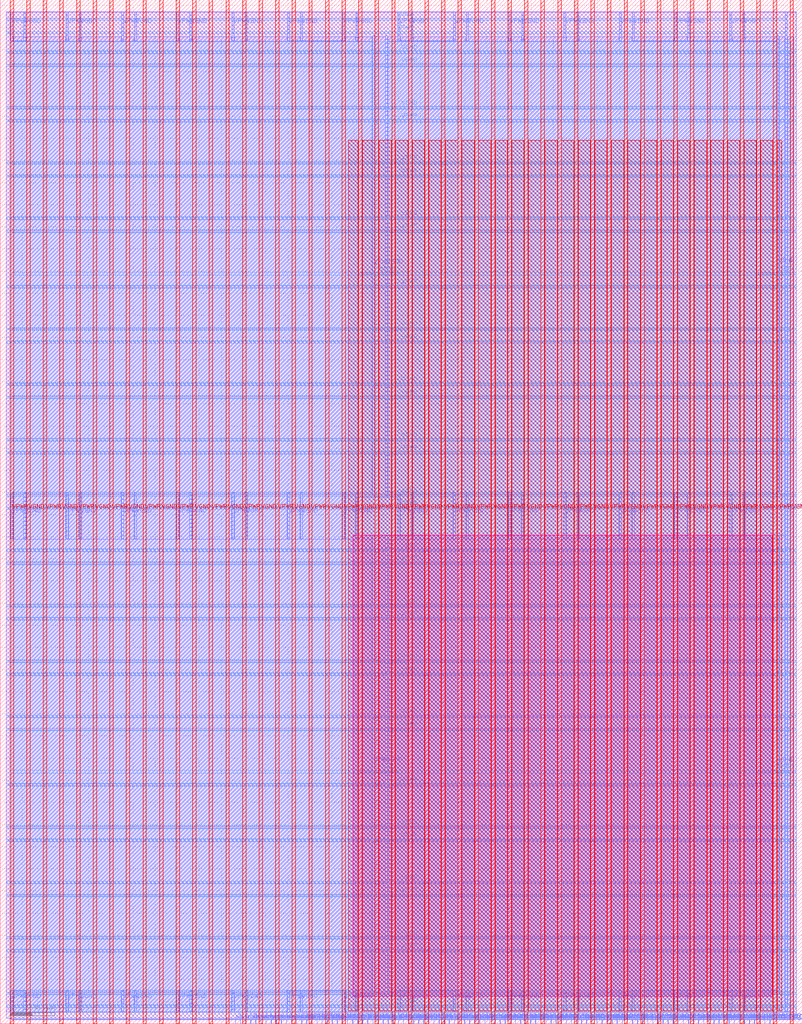
<source format=lef>
VERSION 5.7 ;
  NOWIREEXTENSIONATPIN ON ;
  DIVIDERCHAR "/" ;
  BUSBITCHARS "[]" ;
MACRO CF_SRAM_4096x32
  CLASS BLOCK ;
  FOREIGN CF_SRAM_4096x32 ;
  ORIGIN 0.000 0.000 ;
  SIZE 725.000 BY 925.000 ;
  PIN VGND
    DIRECTION INOUT ;
    USE GROUND ;
    PORT
      LAYER met2 ;
        RECT 21.400 10.640 23.160 29.860 ;
    END
    PORT
      LAYER met2 ;
        RECT 21.400 438.010 23.160 479.860 ;
    END
    PORT
      LAYER met2 ;
        RECT 21.400 888.010 23.160 914.160 ;
    END
    PORT
      LAYER met2 ;
        RECT 71.400 10.640 73.160 29.860 ;
    END
    PORT
      LAYER met2 ;
        RECT 71.400 438.010 73.160 479.860 ;
    END
    PORT
      LAYER met2 ;
        RECT 71.400 888.010 73.160 914.160 ;
    END
    PORT
      LAYER met2 ;
        RECT 121.400 10.640 123.160 29.860 ;
    END
    PORT
      LAYER met2 ;
        RECT 121.400 438.010 123.160 479.860 ;
    END
    PORT
      LAYER met2 ;
        RECT 121.400 888.010 123.160 914.160 ;
    END
    PORT
      LAYER met2 ;
        RECT 171.400 10.640 173.160 29.860 ;
    END
    PORT
      LAYER met2 ;
        RECT 171.400 438.010 173.160 479.860 ;
    END
    PORT
      LAYER met2 ;
        RECT 171.400 888.010 173.160 914.160 ;
    END
    PORT
      LAYER met2 ;
        RECT 221.400 10.640 223.160 29.860 ;
    END
    PORT
      LAYER met2 ;
        RECT 221.400 438.010 223.160 479.860 ;
    END
    PORT
      LAYER met2 ;
        RECT 221.400 888.010 223.160 914.160 ;
    END
    PORT
      LAYER met2 ;
        RECT 271.400 10.640 273.160 29.720 ;
    END
    PORT
      LAYER met2 ;
        RECT 271.400 438.150 273.160 479.720 ;
    END
    PORT
      LAYER met2 ;
        RECT 271.400 888.150 273.160 914.160 ;
    END
    PORT
      LAYER met2 ;
        RECT 321.400 10.640 323.160 29.860 ;
    END
    PORT
      LAYER met2 ;
        RECT 321.400 438.010 323.160 479.860 ;
    END
    PORT
      LAYER met2 ;
        RECT 321.400 888.010 323.160 914.160 ;
    END
    PORT
      LAYER met2 ;
        RECT 371.400 10.640 373.160 29.720 ;
    END
    PORT
      LAYER met2 ;
        RECT 371.400 438.150 373.160 479.720 ;
    END
    PORT
      LAYER met2 ;
        RECT 371.400 888.150 373.160 914.160 ;
    END
    PORT
      LAYER met2 ;
        RECT 421.400 10.640 423.160 29.860 ;
    END
    PORT
      LAYER met2 ;
        RECT 421.400 438.010 423.160 479.860 ;
    END
    PORT
      LAYER met2 ;
        RECT 421.400 888.010 423.160 914.160 ;
    END
    PORT
      LAYER met2 ;
        RECT 471.400 10.640 473.160 29.860 ;
    END
    PORT
      LAYER met2 ;
        RECT 471.400 438.010 473.160 479.860 ;
    END
    PORT
      LAYER met2 ;
        RECT 471.400 888.010 473.160 914.160 ;
    END
    PORT
      LAYER met2 ;
        RECT 521.400 10.640 523.160 29.860 ;
    END
    PORT
      LAYER met2 ;
        RECT 521.400 438.010 523.160 479.860 ;
    END
    PORT
      LAYER met2 ;
        RECT 521.400 888.010 523.160 914.160 ;
    END
    PORT
      LAYER met2 ;
        RECT 571.400 10.640 573.160 29.860 ;
    END
    PORT
      LAYER met2 ;
        RECT 571.400 438.010 573.160 479.860 ;
    END
    PORT
      LAYER met2 ;
        RECT 571.400 888.010 573.160 914.160 ;
    END
    PORT
      LAYER met2 ;
        RECT 621.400 10.640 623.160 29.720 ;
    END
    PORT
      LAYER met2 ;
        RECT 621.400 438.150 623.160 479.720 ;
    END
    PORT
      LAYER met2 ;
        RECT 621.400 888.150 623.160 914.160 ;
    END
    PORT
      LAYER met2 ;
        RECT 671.400 10.640 673.160 29.720 ;
    END
    PORT
      LAYER met2 ;
        RECT 671.400 438.150 673.160 479.720 ;
    END
    PORT
      LAYER met2 ;
        RECT 671.400 888.150 673.160 914.160 ;
    END
    PORT
      LAYER met3 ;
        RECT 5.280 26.760 719.680 28.520 ;
    END
    PORT
      LAYER met3 ;
        RECT 5.280 76.760 719.680 78.520 ;
    END
    PORT
      LAYER met3 ;
        RECT 5.280 126.760 719.680 128.520 ;
    END
    PORT
      LAYER met3 ;
        RECT 5.280 176.760 719.680 178.520 ;
    END
    PORT
      LAYER met3 ;
        RECT 5.280 276.760 719.680 278.520 ;
    END
    PORT
      LAYER met3 ;
        RECT 5.280 326.760 719.680 328.520 ;
    END
    PORT
      LAYER met3 ;
        RECT 5.280 376.760 719.680 378.520 ;
    END
    PORT
      LAYER met3 ;
        RECT 5.280 426.760 719.680 428.520 ;
    END
    PORT
      LAYER met3 ;
        RECT 5.280 476.760 719.680 478.520 ;
    END
    PORT
      LAYER met3 ;
        RECT 5.280 526.760 719.680 528.520 ;
    END
    PORT
      LAYER met3 ;
        RECT 5.280 576.760 719.680 578.520 ;
    END
    PORT
      LAYER met3 ;
        RECT 5.280 626.760 719.680 628.520 ;
    END
    PORT
      LAYER met3 ;
        RECT 5.280 726.760 719.680 728.520 ;
    END
    PORT
      LAYER met3 ;
        RECT 5.280 776.760 719.680 778.520 ;
    END
    PORT
      LAYER met3 ;
        RECT 5.280 826.760 719.680 828.520 ;
    END
    PORT
      LAYER met3 ;
        RECT 5.280 876.760 719.680 878.520 ;
    END
    PORT
      LAYER met3 ;
        RECT 324.990 226.760 359.800 228.520 ;
    END
    PORT
      LAYER met3 ;
        RECT 324.990 676.760 359.800 678.520 ;
    END
    PORT
      LAYER met3 ;
        RECT 684.990 226.760 719.680 228.520 ;
    END
    PORT
      LAYER met3 ;
        RECT 684.990 676.760 719.680 678.520 ;
    END
    PORT
      LAYER met4 ;
        RECT 23.970 0.000 27.070 925.000 ;
    END
    PORT
      LAYER met4 ;
        RECT 53.970 0.000 57.070 925.000 ;
    END
    PORT
      LAYER met4 ;
        RECT 83.970 0.000 87.070 925.000 ;
    END
    PORT
      LAYER met4 ;
        RECT 113.970 0.000 117.070 925.000 ;
    END
    PORT
      LAYER met4 ;
        RECT 143.970 0.000 147.070 925.000 ;
    END
    PORT
      LAYER met4 ;
        RECT 173.970 0.000 177.070 925.000 ;
    END
    PORT
      LAYER met4 ;
        RECT 203.970 0.000 207.070 925.000 ;
    END
    PORT
      LAYER met4 ;
        RECT 233.970 0.000 237.070 925.000 ;
    END
    PORT
      LAYER met4 ;
        RECT 263.970 0.000 267.070 925.000 ;
    END
    PORT
      LAYER met4 ;
        RECT 293.970 0.000 297.070 925.000 ;
    END
    PORT
      LAYER met4 ;
        RECT 323.970 0.000 327.070 925.000 ;
    END
    PORT
      LAYER met4 ;
        RECT 353.970 0.000 357.070 925.000 ;
    END
    PORT
      LAYER met4 ;
        RECT 383.970 0.000 387.070 925.000 ;
    END
    PORT
      LAYER met4 ;
        RECT 413.970 0.000 417.070 925.000 ;
    END
    PORT
      LAYER met4 ;
        RECT 443.970 0.000 447.070 925.000 ;
    END
    PORT
      LAYER met4 ;
        RECT 473.970 0.000 477.070 925.000 ;
    END
    PORT
      LAYER met4 ;
        RECT 503.970 0.000 507.070 925.000 ;
    END
    PORT
      LAYER met4 ;
        RECT 533.970 0.000 537.070 925.000 ;
    END
    PORT
      LAYER met4 ;
        RECT 563.970 0.000 567.070 925.000 ;
    END
    PORT
      LAYER met4 ;
        RECT 593.970 0.000 597.070 925.000 ;
    END
    PORT
      LAYER met4 ;
        RECT 623.970 0.000 627.070 925.000 ;
    END
    PORT
      LAYER met4 ;
        RECT 653.970 0.000 657.070 925.000 ;
    END
    PORT
      LAYER met4 ;
        RECT 683.970 0.000 687.070 925.000 ;
    END
    PORT
      LAYER met4 ;
        RECT 713.970 0.000 717.070 925.000 ;
    END
    PORT
      LAYER met2 ;
        RECT 348.490 26.960 350.250 440.880 ;
    END
    PORT
      LAYER met2 ;
        RECT 702.230 478.480 703.990 892.400 ;
    END
    PORT
      LAYER met2 ;
        RECT 348.490 475.760 350.250 892.400 ;
    END
    PORT
      LAYER met2 ;
        RECT 702.230 26.960 703.990 440.880 ;
    END
    PORT
      LAYER met3 ;
        RECT 5.280 906.580 711.400 908.340 ;
    END
  END VGND
  PIN VPWR
    DIRECTION INOUT ;
    USE POWER ;
    PORT
      LAYER met2 ;
        RECT 9.640 10.640 11.400 29.720 ;
    END
    PORT
      LAYER met2 ;
        RECT 9.640 438.150 11.400 479.720 ;
    END
    PORT
      LAYER met2 ;
        RECT 9.640 888.150 11.400 914.160 ;
    END
    PORT
      LAYER met2 ;
        RECT 59.640 10.640 61.400 29.860 ;
    END
    PORT
      LAYER met2 ;
        RECT 59.640 438.010 61.400 479.860 ;
    END
    PORT
      LAYER met2 ;
        RECT 59.640 888.010 61.400 914.160 ;
    END
    PORT
      LAYER met2 ;
        RECT 109.640 10.640 111.400 29.860 ;
    END
    PORT
      LAYER met2 ;
        RECT 109.640 438.010 111.400 479.860 ;
    END
    PORT
      LAYER met2 ;
        RECT 109.640 888.010 111.400 914.160 ;
    END
    PORT
      LAYER met2 ;
        RECT 159.640 10.640 161.400 29.860 ;
    END
    PORT
      LAYER met2 ;
        RECT 159.640 438.010 161.400 479.860 ;
    END
    PORT
      LAYER met2 ;
        RECT 159.640 888.010 161.400 914.160 ;
    END
    PORT
      LAYER met2 ;
        RECT 209.640 10.640 211.400 29.860 ;
    END
    PORT
      LAYER met2 ;
        RECT 209.640 438.010 211.400 479.860 ;
    END
    PORT
      LAYER met2 ;
        RECT 209.640 888.010 211.400 914.160 ;
    END
    PORT
      LAYER met2 ;
        RECT 259.640 10.640 261.400 29.860 ;
    END
    PORT
      LAYER met2 ;
        RECT 259.640 438.010 261.400 479.860 ;
    END
    PORT
      LAYER met2 ;
        RECT 259.640 888.010 261.400 914.160 ;
    END
    PORT
      LAYER met2 ;
        RECT 309.640 10.640 311.400 29.860 ;
    END
    PORT
      LAYER met2 ;
        RECT 309.640 438.010 311.400 479.860 ;
    END
    PORT
      LAYER met2 ;
        RECT 309.640 888.010 311.400 914.160 ;
    END
    PORT
      LAYER met2 ;
        RECT 359.640 10.640 361.400 29.860 ;
    END
    PORT
      LAYER met2 ;
        RECT 359.640 438.010 361.400 479.860 ;
    END
    PORT
      LAYER met2 ;
        RECT 359.640 888.010 361.400 914.160 ;
    END
    PORT
      LAYER met2 ;
        RECT 409.640 10.640 411.400 29.860 ;
    END
    PORT
      LAYER met2 ;
        RECT 409.640 438.010 411.400 479.860 ;
    END
    PORT
      LAYER met2 ;
        RECT 409.640 888.010 411.400 914.160 ;
    END
    PORT
      LAYER met2 ;
        RECT 459.640 10.640 461.400 29.860 ;
    END
    PORT
      LAYER met2 ;
        RECT 459.640 438.010 461.400 479.860 ;
    END
    PORT
      LAYER met2 ;
        RECT 459.640 888.010 461.400 914.160 ;
    END
    PORT
      LAYER met2 ;
        RECT 509.640 10.640 511.400 29.860 ;
    END
    PORT
      LAYER met2 ;
        RECT 509.640 438.010 511.400 479.860 ;
    END
    PORT
      LAYER met2 ;
        RECT 509.640 888.010 511.400 914.160 ;
    END
    PORT
      LAYER met2 ;
        RECT 559.640 10.640 561.400 29.860 ;
    END
    PORT
      LAYER met2 ;
        RECT 559.640 438.010 561.400 479.860 ;
    END
    PORT
      LAYER met2 ;
        RECT 559.640 888.010 561.400 914.160 ;
    END
    PORT
      LAYER met2 ;
        RECT 609.640 10.640 611.400 29.720 ;
    END
    PORT
      LAYER met2 ;
        RECT 609.640 438.150 611.400 479.720 ;
    END
    PORT
      LAYER met2 ;
        RECT 609.640 888.150 611.400 914.160 ;
    END
    PORT
      LAYER met2 ;
        RECT 659.640 10.640 661.400 29.860 ;
    END
    PORT
      LAYER met2 ;
        RECT 659.640 438.010 661.400 479.860 ;
    END
    PORT
      LAYER met2 ;
        RECT 659.640 888.010 661.400 914.160 ;
    END
    PORT
      LAYER met2 ;
        RECT 709.640 10.640 711.400 914.160 ;
    END
    PORT
      LAYER met3 ;
        RECT 5.280 15.000 719.680 16.760 ;
    END
    PORT
      LAYER met3 ;
        RECT 5.280 65.000 719.680 66.760 ;
    END
    PORT
      LAYER met3 ;
        RECT 5.280 115.000 719.680 116.760 ;
    END
    PORT
      LAYER met3 ;
        RECT 5.280 165.000 719.680 166.760 ;
    END
    PORT
      LAYER met3 ;
        RECT 5.280 215.000 719.680 216.760 ;
    END
    PORT
      LAYER met3 ;
        RECT 5.280 265.000 719.680 266.760 ;
    END
    PORT
      LAYER met3 ;
        RECT 5.280 315.000 719.680 316.760 ;
    END
    PORT
      LAYER met3 ;
        RECT 5.280 365.000 719.680 366.760 ;
    END
    PORT
      LAYER met3 ;
        RECT 5.280 415.000 719.680 416.760 ;
    END
    PORT
      LAYER met3 ;
        RECT 5.280 465.000 719.680 466.760 ;
    END
    PORT
      LAYER met3 ;
        RECT 5.280 515.000 719.680 516.760 ;
    END
    PORT
      LAYER met3 ;
        RECT 5.280 565.000 719.680 566.760 ;
    END
    PORT
      LAYER met3 ;
        RECT 5.280 615.000 719.680 616.760 ;
    END
    PORT
      LAYER met3 ;
        RECT 5.280 665.000 719.680 666.760 ;
    END
    PORT
      LAYER met3 ;
        RECT 5.280 715.000 719.680 716.760 ;
    END
    PORT
      LAYER met3 ;
        RECT 5.280 765.000 719.680 766.760 ;
    END
    PORT
      LAYER met3 ;
        RECT 5.280 815.000 719.680 816.760 ;
    END
    PORT
      LAYER met3 ;
        RECT 5.280 865.000 719.680 866.760 ;
    END
    PORT
      LAYER met4 ;
        RECT 8.970 0.000 12.070 925.000 ;
    END
    PORT
      LAYER met4 ;
        RECT 38.970 0.000 42.070 925.000 ;
    END
    PORT
      LAYER met4 ;
        RECT 68.970 0.000 72.070 925.000 ;
    END
    PORT
      LAYER met4 ;
        RECT 98.970 0.000 102.070 925.000 ;
    END
    PORT
      LAYER met4 ;
        RECT 128.970 0.000 132.070 925.000 ;
    END
    PORT
      LAYER met4 ;
        RECT 158.970 0.000 162.070 925.000 ;
    END
    PORT
      LAYER met4 ;
        RECT 188.970 0.000 192.070 925.000 ;
    END
    PORT
      LAYER met4 ;
        RECT 218.970 0.000 222.070 925.000 ;
    END
    PORT
      LAYER met4 ;
        RECT 248.970 0.000 252.070 925.000 ;
    END
    PORT
      LAYER met4 ;
        RECT 278.970 0.000 282.070 925.000 ;
    END
    PORT
      LAYER met4 ;
        RECT 308.970 0.000 312.070 925.000 ;
    END
    PORT
      LAYER met4 ;
        RECT 338.970 0.000 342.070 925.000 ;
    END
    PORT
      LAYER met4 ;
        RECT 368.970 0.000 372.070 925.000 ;
    END
    PORT
      LAYER met4 ;
        RECT 398.970 0.000 402.070 925.000 ;
    END
    PORT
      LAYER met4 ;
        RECT 428.970 0.000 432.070 925.000 ;
    END
    PORT
      LAYER met4 ;
        RECT 458.970 0.000 462.070 925.000 ;
    END
    PORT
      LAYER met4 ;
        RECT 488.970 0.000 492.070 925.000 ;
    END
    PORT
      LAYER met4 ;
        RECT 518.970 0.000 522.070 925.000 ;
    END
    PORT
      LAYER met4 ;
        RECT 548.970 0.000 552.070 925.000 ;
    END
    PORT
      LAYER met4 ;
        RECT 578.970 0.000 582.070 925.000 ;
    END
    PORT
      LAYER met4 ;
        RECT 608.970 0.000 612.070 925.000 ;
    END
    PORT
      LAYER met4 ;
        RECT 638.970 0.000 642.070 925.000 ;
    END
    PORT
      LAYER met4 ;
        RECT 668.970 0.000 672.070 925.000 ;
    END
    PORT
      LAYER met4 ;
        RECT 698.970 0.000 702.070 925.000 ;
    END
    PORT
      LAYER met2 ;
        RECT 336.530 26.960 338.290 440.880 ;
    END
    PORT
      LAYER met2 ;
        RECT 336.530 475.760 338.290 892.400 ;
    END
    PORT
      LAYER met3 ;
        RECT 5.280 894.340 711.400 896.100 ;
    END
  END VPWR
  PIN wb_clk_i
    DIRECTION INPUT ;
    USE SIGNAL ;
    ANTENNAGATEAREA 1.286700 ;
    ANTENNADIFFAREA 0.434700 ;
    PORT
      LAYER met2 ;
        RECT 212.610 0.000 212.890 4.000 ;
    END
  END wb_clk_i
  PIN wb_rst_i
    DIRECTION INPUT ;
    USE SIGNAL ;
    ANTENNAGATEAREA 0.196500 ;
    PORT
      LAYER met2 ;
        RECT 217.210 0.000 217.490 4.000 ;
    END
  END wb_rst_i
  PIN wbs_ack_o
    DIRECTION OUTPUT TRISTATE ;
    USE SIGNAL ;
    ANTENNADIFFAREA 2.673000 ;
    PORT
      LAYER met2 ;
        RECT 221.810 0.000 222.090 4.000 ;
    END
  END wbs_ack_o
  PIN wbs_adr_i[0]
    DIRECTION INPUT ;
    USE SIGNAL ;
    PORT
      LAYER met2 ;
        RECT 240.210 0.000 240.490 4.000 ;
    END
  END wbs_adr_i[0]
  PIN wbs_adr_i[10]
    DIRECTION INPUT ;
    USE SIGNAL ;
    ANTENNAGATEAREA 0.126000 ;
    PORT
      LAYER met2 ;
        RECT 396.610 0.000 396.890 4.000 ;
    END
  END wbs_adr_i[10]
  PIN wbs_adr_i[11]
    DIRECTION INPUT ;
    USE SIGNAL ;
    ANTENNAGATEAREA 0.126000 ;
    PORT
      LAYER met2 ;
        RECT 410.410 0.000 410.690 4.000 ;
    END
  END wbs_adr_i[11]
  PIN wbs_adr_i[12]
    DIRECTION INPUT ;
    USE SIGNAL ;
    ANTENNAGATEAREA 0.126000 ;
    PORT
      LAYER met2 ;
        RECT 424.210 0.000 424.490 4.000 ;
    END
  END wbs_adr_i[12]
  PIN wbs_adr_i[13]
    DIRECTION INPUT ;
    USE SIGNAL ;
    ANTENNAGATEAREA 0.126000 ;
    PORT
      LAYER met2 ;
        RECT 438.010 0.000 438.290 4.000 ;
    END
  END wbs_adr_i[13]
  PIN wbs_adr_i[14]
    DIRECTION INPUT ;
    USE SIGNAL ;
    PORT
      LAYER met2 ;
        RECT 451.810 0.000 452.090 4.000 ;
    END
  END wbs_adr_i[14]
  PIN wbs_adr_i[15]
    DIRECTION INPUT ;
    USE SIGNAL ;
    PORT
      LAYER met2 ;
        RECT 465.610 0.000 465.890 4.000 ;
    END
  END wbs_adr_i[15]
  PIN wbs_adr_i[16]
    DIRECTION INPUT ;
    USE SIGNAL ;
    PORT
      LAYER met2 ;
        RECT 479.410 0.000 479.690 4.000 ;
    END
  END wbs_adr_i[16]
  PIN wbs_adr_i[17]
    DIRECTION INPUT ;
    USE SIGNAL ;
    PORT
      LAYER met2 ;
        RECT 493.210 0.000 493.490 4.000 ;
    END
  END wbs_adr_i[17]
  PIN wbs_adr_i[18]
    DIRECTION INPUT ;
    USE SIGNAL ;
    PORT
      LAYER met2 ;
        RECT 507.010 0.000 507.290 4.000 ;
    END
  END wbs_adr_i[18]
  PIN wbs_adr_i[19]
    DIRECTION INPUT ;
    USE SIGNAL ;
    PORT
      LAYER met2 ;
        RECT 520.810 0.000 521.090 4.000 ;
    END
  END wbs_adr_i[19]
  PIN wbs_adr_i[1]
    DIRECTION INPUT ;
    USE SIGNAL ;
    PORT
      LAYER met2 ;
        RECT 258.610 0.000 258.890 4.000 ;
    END
  END wbs_adr_i[1]
  PIN wbs_adr_i[20]
    DIRECTION INPUT ;
    USE SIGNAL ;
    PORT
      LAYER met2 ;
        RECT 534.610 0.000 534.890 4.000 ;
    END
  END wbs_adr_i[20]
  PIN wbs_adr_i[21]
    DIRECTION INPUT ;
    USE SIGNAL ;
    PORT
      LAYER met2 ;
        RECT 548.410 0.000 548.690 4.000 ;
    END
  END wbs_adr_i[21]
  PIN wbs_adr_i[22]
    DIRECTION INPUT ;
    USE SIGNAL ;
    PORT
      LAYER met2 ;
        RECT 562.210 0.000 562.490 4.000 ;
    END
  END wbs_adr_i[22]
  PIN wbs_adr_i[23]
    DIRECTION INPUT ;
    USE SIGNAL ;
    PORT
      LAYER met2 ;
        RECT 576.010 0.000 576.290 4.000 ;
    END
  END wbs_adr_i[23]
  PIN wbs_adr_i[24]
    DIRECTION INPUT ;
    USE SIGNAL ;
    PORT
      LAYER met2 ;
        RECT 589.810 0.000 590.090 4.000 ;
    END
  END wbs_adr_i[24]
  PIN wbs_adr_i[25]
    DIRECTION INPUT ;
    USE SIGNAL ;
    PORT
      LAYER met2 ;
        RECT 603.610 0.000 603.890 4.000 ;
    END
  END wbs_adr_i[25]
  PIN wbs_adr_i[26]
    DIRECTION INPUT ;
    USE SIGNAL ;
    PORT
      LAYER met2 ;
        RECT 617.410 0.000 617.690 4.000 ;
    END
  END wbs_adr_i[26]
  PIN wbs_adr_i[27]
    DIRECTION INPUT ;
    USE SIGNAL ;
    PORT
      LAYER met2 ;
        RECT 631.210 0.000 631.490 4.000 ;
    END
  END wbs_adr_i[27]
  PIN wbs_adr_i[28]
    DIRECTION INPUT ;
    USE SIGNAL ;
    PORT
      LAYER met2 ;
        RECT 645.010 0.000 645.290 4.000 ;
    END
  END wbs_adr_i[28]
  PIN wbs_adr_i[29]
    DIRECTION INPUT ;
    USE SIGNAL ;
    PORT
      LAYER met2 ;
        RECT 658.810 0.000 659.090 4.000 ;
    END
  END wbs_adr_i[29]
  PIN wbs_adr_i[2]
    DIRECTION INPUT ;
    USE SIGNAL ;
    ANTENNAGATEAREA 0.126000 ;
    PORT
      LAYER met2 ;
        RECT 277.010 0.000 277.290 4.000 ;
    END
  END wbs_adr_i[2]
  PIN wbs_adr_i[30]
    DIRECTION INPUT ;
    USE SIGNAL ;
    PORT
      LAYER met2 ;
        RECT 672.610 0.000 672.890 4.000 ;
    END
  END wbs_adr_i[30]
  PIN wbs_adr_i[31]
    DIRECTION INPUT ;
    USE SIGNAL ;
    PORT
      LAYER met2 ;
        RECT 686.410 0.000 686.690 4.000 ;
    END
  END wbs_adr_i[31]
  PIN wbs_adr_i[3]
    DIRECTION INPUT ;
    USE SIGNAL ;
    ANTENNAGATEAREA 0.126000 ;
    PORT
      LAYER met2 ;
        RECT 295.410 0.000 295.690 4.000 ;
    END
  END wbs_adr_i[3]
  PIN wbs_adr_i[4]
    DIRECTION INPUT ;
    USE SIGNAL ;
    ANTENNAGATEAREA 0.126000 ;
    PORT
      LAYER met2 ;
        RECT 313.810 0.000 314.090 4.000 ;
    END
  END wbs_adr_i[4]
  PIN wbs_adr_i[5]
    DIRECTION INPUT ;
    USE SIGNAL ;
    ANTENNAGATEAREA 0.126000 ;
    PORT
      LAYER met2 ;
        RECT 327.610 0.000 327.890 4.000 ;
    END
  END wbs_adr_i[5]
  PIN wbs_adr_i[6]
    DIRECTION INPUT ;
    USE SIGNAL ;
    ANTENNAGATEAREA 0.126000 ;
    PORT
      LAYER met2 ;
        RECT 341.410 0.000 341.690 4.000 ;
    END
  END wbs_adr_i[6]
  PIN wbs_adr_i[7]
    DIRECTION INPUT ;
    USE SIGNAL ;
    ANTENNAGATEAREA 0.126000 ;
    PORT
      LAYER met2 ;
        RECT 355.210 0.000 355.490 4.000 ;
    END
  END wbs_adr_i[7]
  PIN wbs_adr_i[8]
    DIRECTION INPUT ;
    USE SIGNAL ;
    ANTENNAGATEAREA 0.126000 ;
    PORT
      LAYER met2 ;
        RECT 369.010 0.000 369.290 4.000 ;
    END
  END wbs_adr_i[8]
  PIN wbs_adr_i[9]
    DIRECTION INPUT ;
    USE SIGNAL ;
    ANTENNAGATEAREA 0.126000 ;
    PORT
      LAYER met2 ;
        RECT 382.810 0.000 383.090 4.000 ;
    END
  END wbs_adr_i[9]
  PIN wbs_cyc_i
    DIRECTION INPUT ;
    USE SIGNAL ;
    ANTENNAGATEAREA 0.213000 ;
    PORT
      LAYER met2 ;
        RECT 226.410 0.000 226.690 4.000 ;
    END
  END wbs_cyc_i
  PIN wbs_dat_i[0]
    DIRECTION INPUT ;
    USE SIGNAL ;
    ANTENNAGATEAREA 0.126000 ;
    PORT
      LAYER met2 ;
        RECT 244.810 0.000 245.090 4.000 ;
    END
  END wbs_dat_i[0]
  PIN wbs_dat_i[10]
    DIRECTION INPUT ;
    USE SIGNAL ;
    ANTENNAGATEAREA 0.126000 ;
    PORT
      LAYER met2 ;
        RECT 401.210 0.000 401.490 4.000 ;
    END
  END wbs_dat_i[10]
  PIN wbs_dat_i[11]
    DIRECTION INPUT ;
    USE SIGNAL ;
    ANTENNAGATEAREA 0.126000 ;
    PORT
      LAYER met2 ;
        RECT 415.010 0.000 415.290 4.000 ;
    END
  END wbs_dat_i[11]
  PIN wbs_dat_i[12]
    DIRECTION INPUT ;
    USE SIGNAL ;
    ANTENNAGATEAREA 0.126000 ;
    PORT
      LAYER met2 ;
        RECT 428.810 0.000 429.090 4.000 ;
    END
  END wbs_dat_i[12]
  PIN wbs_dat_i[13]
    DIRECTION INPUT ;
    USE SIGNAL ;
    ANTENNAGATEAREA 0.126000 ;
    PORT
      LAYER met2 ;
        RECT 442.610 0.000 442.890 4.000 ;
    END
  END wbs_dat_i[13]
  PIN wbs_dat_i[14]
    DIRECTION INPUT ;
    USE SIGNAL ;
    ANTENNAGATEAREA 0.126000 ;
    PORT
      LAYER met2 ;
        RECT 456.410 0.000 456.690 4.000 ;
    END
  END wbs_dat_i[14]
  PIN wbs_dat_i[15]
    DIRECTION INPUT ;
    USE SIGNAL ;
    ANTENNAGATEAREA 0.126000 ;
    PORT
      LAYER met2 ;
        RECT 470.210 0.000 470.490 4.000 ;
    END
  END wbs_dat_i[15]
  PIN wbs_dat_i[16]
    DIRECTION INPUT ;
    USE SIGNAL ;
    ANTENNAGATEAREA 0.126000 ;
    PORT
      LAYER met2 ;
        RECT 484.010 0.000 484.290 4.000 ;
    END
  END wbs_dat_i[16]
  PIN wbs_dat_i[17]
    DIRECTION INPUT ;
    USE SIGNAL ;
    ANTENNAGATEAREA 0.126000 ;
    PORT
      LAYER met2 ;
        RECT 497.810 0.000 498.090 4.000 ;
    END
  END wbs_dat_i[17]
  PIN wbs_dat_i[18]
    DIRECTION INPUT ;
    USE SIGNAL ;
    ANTENNAGATEAREA 0.126000 ;
    PORT
      LAYER met2 ;
        RECT 511.610 0.000 511.890 4.000 ;
    END
  END wbs_dat_i[18]
  PIN wbs_dat_i[19]
    DIRECTION INPUT ;
    USE SIGNAL ;
    ANTENNAGATEAREA 0.126000 ;
    PORT
      LAYER met2 ;
        RECT 525.410 0.000 525.690 4.000 ;
    END
  END wbs_dat_i[19]
  PIN wbs_dat_i[1]
    DIRECTION INPUT ;
    USE SIGNAL ;
    ANTENNAGATEAREA 0.126000 ;
    PORT
      LAYER met2 ;
        RECT 263.210 0.000 263.490 4.000 ;
    END
  END wbs_dat_i[1]
  PIN wbs_dat_i[20]
    DIRECTION INPUT ;
    USE SIGNAL ;
    ANTENNAGATEAREA 0.126000 ;
    PORT
      LAYER met2 ;
        RECT 539.210 0.000 539.490 4.000 ;
    END
  END wbs_dat_i[20]
  PIN wbs_dat_i[21]
    DIRECTION INPUT ;
    USE SIGNAL ;
    ANTENNAGATEAREA 0.126000 ;
    PORT
      LAYER met2 ;
        RECT 553.010 0.000 553.290 4.000 ;
    END
  END wbs_dat_i[21]
  PIN wbs_dat_i[22]
    DIRECTION INPUT ;
    USE SIGNAL ;
    ANTENNAGATEAREA 0.126000 ;
    PORT
      LAYER met2 ;
        RECT 566.810 0.000 567.090 4.000 ;
    END
  END wbs_dat_i[22]
  PIN wbs_dat_i[23]
    DIRECTION INPUT ;
    USE SIGNAL ;
    ANTENNAGATEAREA 0.126000 ;
    PORT
      LAYER met2 ;
        RECT 580.610 0.000 580.890 4.000 ;
    END
  END wbs_dat_i[23]
  PIN wbs_dat_i[24]
    DIRECTION INPUT ;
    USE SIGNAL ;
    ANTENNAGATEAREA 0.126000 ;
    PORT
      LAYER met2 ;
        RECT 594.410 0.000 594.690 4.000 ;
    END
  END wbs_dat_i[24]
  PIN wbs_dat_i[25]
    DIRECTION INPUT ;
    USE SIGNAL ;
    ANTENNAGATEAREA 0.126000 ;
    PORT
      LAYER met2 ;
        RECT 608.210 0.000 608.490 4.000 ;
    END
  END wbs_dat_i[25]
  PIN wbs_dat_i[26]
    DIRECTION INPUT ;
    USE SIGNAL ;
    ANTENNAGATEAREA 0.126000 ;
    PORT
      LAYER met2 ;
        RECT 622.010 0.000 622.290 4.000 ;
    END
  END wbs_dat_i[26]
  PIN wbs_dat_i[27]
    DIRECTION INPUT ;
    USE SIGNAL ;
    ANTENNAGATEAREA 0.126000 ;
    PORT
      LAYER met2 ;
        RECT 635.810 0.000 636.090 4.000 ;
    END
  END wbs_dat_i[27]
  PIN wbs_dat_i[28]
    DIRECTION INPUT ;
    USE SIGNAL ;
    ANTENNAGATEAREA 0.126000 ;
    PORT
      LAYER met2 ;
        RECT 649.610 0.000 649.890 4.000 ;
    END
  END wbs_dat_i[28]
  PIN wbs_dat_i[29]
    DIRECTION INPUT ;
    USE SIGNAL ;
    ANTENNAGATEAREA 0.126000 ;
    PORT
      LAYER met2 ;
        RECT 663.410 0.000 663.690 4.000 ;
    END
  END wbs_dat_i[29]
  PIN wbs_dat_i[2]
    DIRECTION INPUT ;
    USE SIGNAL ;
    ANTENNAGATEAREA 0.126000 ;
    PORT
      LAYER met2 ;
        RECT 281.610 0.000 281.890 4.000 ;
    END
  END wbs_dat_i[2]
  PIN wbs_dat_i[30]
    DIRECTION INPUT ;
    USE SIGNAL ;
    ANTENNAGATEAREA 0.126000 ;
    PORT
      LAYER met2 ;
        RECT 677.210 0.000 677.490 4.000 ;
    END
  END wbs_dat_i[30]
  PIN wbs_dat_i[31]
    DIRECTION INPUT ;
    USE SIGNAL ;
    ANTENNAGATEAREA 0.126000 ;
    PORT
      LAYER met2 ;
        RECT 691.010 0.000 691.290 4.000 ;
    END
  END wbs_dat_i[31]
  PIN wbs_dat_i[3]
    DIRECTION INPUT ;
    USE SIGNAL ;
    ANTENNAGATEAREA 0.126000 ;
    PORT
      LAYER met2 ;
        RECT 300.010 0.000 300.290 4.000 ;
    END
  END wbs_dat_i[3]
  PIN wbs_dat_i[4]
    DIRECTION INPUT ;
    USE SIGNAL ;
    ANTENNAGATEAREA 0.126000 ;
    PORT
      LAYER met2 ;
        RECT 318.410 0.000 318.690 4.000 ;
    END
  END wbs_dat_i[4]
  PIN wbs_dat_i[5]
    DIRECTION INPUT ;
    USE SIGNAL ;
    ANTENNAGATEAREA 0.126000 ;
    PORT
      LAYER met2 ;
        RECT 332.210 0.000 332.490 4.000 ;
    END
  END wbs_dat_i[5]
  PIN wbs_dat_i[6]
    DIRECTION INPUT ;
    USE SIGNAL ;
    ANTENNAGATEAREA 0.126000 ;
    PORT
      LAYER met2 ;
        RECT 346.010 0.000 346.290 4.000 ;
    END
  END wbs_dat_i[6]
  PIN wbs_dat_i[7]
    DIRECTION INPUT ;
    USE SIGNAL ;
    ANTENNAGATEAREA 0.126000 ;
    PORT
      LAYER met2 ;
        RECT 359.810 0.000 360.090 4.000 ;
    END
  END wbs_dat_i[7]
  PIN wbs_dat_i[8]
    DIRECTION INPUT ;
    USE SIGNAL ;
    ANTENNAGATEAREA 0.126000 ;
    PORT
      LAYER met2 ;
        RECT 373.610 0.000 373.890 4.000 ;
    END
  END wbs_dat_i[8]
  PIN wbs_dat_i[9]
    DIRECTION INPUT ;
    USE SIGNAL ;
    ANTENNAGATEAREA 0.126000 ;
    PORT
      LAYER met2 ;
        RECT 387.410 0.000 387.690 4.000 ;
    END
  END wbs_dat_i[9]
  PIN wbs_dat_o[0]
    DIRECTION OUTPUT TRISTATE ;
    USE SIGNAL ;
    ANTENNADIFFAREA 2.673000 ;
    PORT
      LAYER met2 ;
        RECT 249.410 0.000 249.690 4.000 ;
    END
  END wbs_dat_o[0]
  PIN wbs_dat_o[10]
    DIRECTION OUTPUT TRISTATE ;
    USE SIGNAL ;
    ANTENNADIFFAREA 2.673000 ;
    PORT
      LAYER met2 ;
        RECT 405.810 0.000 406.090 4.000 ;
    END
  END wbs_dat_o[10]
  PIN wbs_dat_o[11]
    DIRECTION OUTPUT TRISTATE ;
    USE SIGNAL ;
    ANTENNADIFFAREA 2.673000 ;
    PORT
      LAYER met2 ;
        RECT 419.610 0.000 419.890 4.000 ;
    END
  END wbs_dat_o[11]
  PIN wbs_dat_o[12]
    DIRECTION OUTPUT TRISTATE ;
    USE SIGNAL ;
    ANTENNADIFFAREA 2.673000 ;
    PORT
      LAYER met2 ;
        RECT 433.410 0.000 433.690 4.000 ;
    END
  END wbs_dat_o[12]
  PIN wbs_dat_o[13]
    DIRECTION OUTPUT TRISTATE ;
    USE SIGNAL ;
    ANTENNADIFFAREA 2.673000 ;
    PORT
      LAYER met2 ;
        RECT 447.210 0.000 447.490 4.000 ;
    END
  END wbs_dat_o[13]
  PIN wbs_dat_o[14]
    DIRECTION OUTPUT TRISTATE ;
    USE SIGNAL ;
    ANTENNADIFFAREA 2.673000 ;
    PORT
      LAYER met2 ;
        RECT 461.010 0.000 461.290 4.000 ;
    END
  END wbs_dat_o[14]
  PIN wbs_dat_o[15]
    DIRECTION OUTPUT TRISTATE ;
    USE SIGNAL ;
    ANTENNADIFFAREA 2.673000 ;
    PORT
      LAYER met2 ;
        RECT 474.810 0.000 475.090 4.000 ;
    END
  END wbs_dat_o[15]
  PIN wbs_dat_o[16]
    DIRECTION OUTPUT TRISTATE ;
    USE SIGNAL ;
    ANTENNADIFFAREA 2.673000 ;
    PORT
      LAYER met2 ;
        RECT 488.610 0.000 488.890 4.000 ;
    END
  END wbs_dat_o[16]
  PIN wbs_dat_o[17]
    DIRECTION OUTPUT TRISTATE ;
    USE SIGNAL ;
    ANTENNADIFFAREA 2.673000 ;
    PORT
      LAYER met2 ;
        RECT 502.410 0.000 502.690 4.000 ;
    END
  END wbs_dat_o[17]
  PIN wbs_dat_o[18]
    DIRECTION OUTPUT TRISTATE ;
    USE SIGNAL ;
    ANTENNADIFFAREA 2.673000 ;
    PORT
      LAYER met2 ;
        RECT 516.210 0.000 516.490 4.000 ;
    END
  END wbs_dat_o[18]
  PIN wbs_dat_o[19]
    DIRECTION OUTPUT TRISTATE ;
    USE SIGNAL ;
    ANTENNADIFFAREA 2.673000 ;
    PORT
      LAYER met2 ;
        RECT 530.010 0.000 530.290 4.000 ;
    END
  END wbs_dat_o[19]
  PIN wbs_dat_o[1]
    DIRECTION OUTPUT TRISTATE ;
    USE SIGNAL ;
    ANTENNADIFFAREA 2.673000 ;
    PORT
      LAYER met2 ;
        RECT 267.810 0.000 268.090 4.000 ;
    END
  END wbs_dat_o[1]
  PIN wbs_dat_o[20]
    DIRECTION OUTPUT TRISTATE ;
    USE SIGNAL ;
    ANTENNADIFFAREA 2.673000 ;
    PORT
      LAYER met2 ;
        RECT 543.810 0.000 544.090 4.000 ;
    END
  END wbs_dat_o[20]
  PIN wbs_dat_o[21]
    DIRECTION OUTPUT TRISTATE ;
    USE SIGNAL ;
    ANTENNADIFFAREA 2.673000 ;
    PORT
      LAYER met2 ;
        RECT 557.610 0.000 557.890 4.000 ;
    END
  END wbs_dat_o[21]
  PIN wbs_dat_o[22]
    DIRECTION OUTPUT TRISTATE ;
    USE SIGNAL ;
    ANTENNADIFFAREA 2.673000 ;
    PORT
      LAYER met2 ;
        RECT 571.410 0.000 571.690 4.000 ;
    END
  END wbs_dat_o[22]
  PIN wbs_dat_o[23]
    DIRECTION OUTPUT TRISTATE ;
    USE SIGNAL ;
    ANTENNADIFFAREA 2.673000 ;
    PORT
      LAYER met2 ;
        RECT 585.210 0.000 585.490 4.000 ;
    END
  END wbs_dat_o[23]
  PIN wbs_dat_o[24]
    DIRECTION OUTPUT TRISTATE ;
    USE SIGNAL ;
    ANTENNADIFFAREA 2.673000 ;
    PORT
      LAYER met2 ;
        RECT 599.010 0.000 599.290 4.000 ;
    END
  END wbs_dat_o[24]
  PIN wbs_dat_o[25]
    DIRECTION OUTPUT TRISTATE ;
    USE SIGNAL ;
    ANTENNADIFFAREA 2.673000 ;
    PORT
      LAYER met2 ;
        RECT 612.810 0.000 613.090 4.000 ;
    END
  END wbs_dat_o[25]
  PIN wbs_dat_o[26]
    DIRECTION OUTPUT TRISTATE ;
    USE SIGNAL ;
    ANTENNADIFFAREA 2.673000 ;
    PORT
      LAYER met2 ;
        RECT 626.610 0.000 626.890 4.000 ;
    END
  END wbs_dat_o[26]
  PIN wbs_dat_o[27]
    DIRECTION OUTPUT TRISTATE ;
    USE SIGNAL ;
    ANTENNADIFFAREA 2.673000 ;
    PORT
      LAYER met2 ;
        RECT 640.410 0.000 640.690 4.000 ;
    END
  END wbs_dat_o[27]
  PIN wbs_dat_o[28]
    DIRECTION OUTPUT TRISTATE ;
    USE SIGNAL ;
    ANTENNADIFFAREA 2.673000 ;
    PORT
      LAYER met2 ;
        RECT 654.210 0.000 654.490 4.000 ;
    END
  END wbs_dat_o[28]
  PIN wbs_dat_o[29]
    DIRECTION OUTPUT TRISTATE ;
    USE SIGNAL ;
    ANTENNADIFFAREA 2.673000 ;
    PORT
      LAYER met2 ;
        RECT 668.010 0.000 668.290 4.000 ;
    END
  END wbs_dat_o[29]
  PIN wbs_dat_o[2]
    DIRECTION OUTPUT TRISTATE ;
    USE SIGNAL ;
    ANTENNADIFFAREA 2.673000 ;
    PORT
      LAYER met2 ;
        RECT 286.210 0.000 286.490 4.000 ;
    END
  END wbs_dat_o[2]
  PIN wbs_dat_o[30]
    DIRECTION OUTPUT TRISTATE ;
    USE SIGNAL ;
    ANTENNADIFFAREA 2.673000 ;
    PORT
      LAYER met2 ;
        RECT 681.810 0.000 682.090 4.000 ;
    END
  END wbs_dat_o[30]
  PIN wbs_dat_o[31]
    DIRECTION OUTPUT TRISTATE ;
    USE SIGNAL ;
    ANTENNADIFFAREA 2.673000 ;
    PORT
      LAYER met2 ;
        RECT 695.610 0.000 695.890 4.000 ;
    END
  END wbs_dat_o[31]
  PIN wbs_dat_o[3]
    DIRECTION OUTPUT TRISTATE ;
    USE SIGNAL ;
    ANTENNADIFFAREA 2.673000 ;
    PORT
      LAYER met2 ;
        RECT 304.610 0.000 304.890 4.000 ;
    END
  END wbs_dat_o[3]
  PIN wbs_dat_o[4]
    DIRECTION OUTPUT TRISTATE ;
    USE SIGNAL ;
    ANTENNADIFFAREA 2.673000 ;
    PORT
      LAYER met2 ;
        RECT 323.010 0.000 323.290 4.000 ;
    END
  END wbs_dat_o[4]
  PIN wbs_dat_o[5]
    DIRECTION OUTPUT TRISTATE ;
    USE SIGNAL ;
    ANTENNADIFFAREA 2.673000 ;
    PORT
      LAYER met2 ;
        RECT 336.810 0.000 337.090 4.000 ;
    END
  END wbs_dat_o[5]
  PIN wbs_dat_o[6]
    DIRECTION OUTPUT TRISTATE ;
    USE SIGNAL ;
    ANTENNADIFFAREA 2.673000 ;
    PORT
      LAYER met2 ;
        RECT 350.610 0.000 350.890 4.000 ;
    END
  END wbs_dat_o[6]
  PIN wbs_dat_o[7]
    DIRECTION OUTPUT TRISTATE ;
    USE SIGNAL ;
    ANTENNADIFFAREA 2.673000 ;
    PORT
      LAYER met2 ;
        RECT 364.410 0.000 364.690 4.000 ;
    END
  END wbs_dat_o[7]
  PIN wbs_dat_o[8]
    DIRECTION OUTPUT TRISTATE ;
    USE SIGNAL ;
    ANTENNADIFFAREA 2.673000 ;
    PORT
      LAYER met2 ;
        RECT 378.210 0.000 378.490 4.000 ;
    END
  END wbs_dat_o[8]
  PIN wbs_dat_o[9]
    DIRECTION OUTPUT TRISTATE ;
    USE SIGNAL ;
    ANTENNADIFFAREA 2.673000 ;
    PORT
      LAYER met2 ;
        RECT 392.010 0.000 392.290 4.000 ;
    END
  END wbs_dat_o[9]
  PIN wbs_sel_i[0]
    DIRECTION INPUT ;
    USE SIGNAL ;
    ANTENNAGATEAREA 0.126000 ;
    PORT
      LAYER met2 ;
        RECT 254.010 0.000 254.290 4.000 ;
    END
  END wbs_sel_i[0]
  PIN wbs_sel_i[1]
    DIRECTION INPUT ;
    USE SIGNAL ;
    ANTENNAGATEAREA 0.126000 ;
    PORT
      LAYER met2 ;
        RECT 272.410 0.000 272.690 4.000 ;
    END
  END wbs_sel_i[1]
  PIN wbs_sel_i[2]
    DIRECTION INPUT ;
    USE SIGNAL ;
    ANTENNAGATEAREA 0.126000 ;
    PORT
      LAYER met2 ;
        RECT 290.810 0.000 291.090 4.000 ;
    END
  END wbs_sel_i[2]
  PIN wbs_sel_i[3]
    DIRECTION INPUT ;
    USE SIGNAL ;
    ANTENNAGATEAREA 0.126000 ;
    PORT
      LAYER met2 ;
        RECT 309.210 0.000 309.490 4.000 ;
    END
  END wbs_sel_i[3]
  PIN wbs_stb_i
    DIRECTION INPUT ;
    USE SIGNAL ;
    ANTENNAGATEAREA 0.213000 ;
    PORT
      LAYER met2 ;
        RECT 231.010 0.000 231.290 4.000 ;
    END
  END wbs_stb_i
  PIN wbs_we_i
    DIRECTION INPUT ;
    USE SIGNAL ;
    ANTENNAGATEAREA 0.126000 ;
    PORT
      LAYER met2 ;
        RECT 235.610 0.000 235.890 4.000 ;
    END
  END wbs_we_i
  OBS
      LAYER li1 ;
        RECT 5.520 10.795 719.440 914.005 ;
      LAYER met1 ;
        RECT 5.520 4.800 719.440 914.160 ;
      LAYER met2 ;
        RECT 11.680 887.870 21.120 891.470 ;
        RECT 10.100 887.730 21.120 887.870 ;
        RECT 23.440 887.730 59.360 891.470 ;
        RECT 61.680 887.730 71.120 891.470 ;
        RECT 73.440 887.730 109.360 891.470 ;
        RECT 111.680 887.730 121.120 891.470 ;
        RECT 123.440 887.730 159.360 891.470 ;
        RECT 161.680 887.730 171.120 891.470 ;
        RECT 173.440 887.730 209.360 891.470 ;
        RECT 211.680 887.730 221.120 891.470 ;
        RECT 223.440 887.730 259.360 891.470 ;
        RECT 261.680 887.870 271.120 891.470 ;
        RECT 273.440 887.870 309.360 891.470 ;
        RECT 261.680 887.730 309.360 887.870 ;
        RECT 311.680 887.730 321.120 891.470 ;
        RECT 323.440 887.730 336.250 891.470 ;
        RECT 10.100 480.140 336.250 887.730 ;
        RECT 10.100 480.000 21.120 480.140 ;
        RECT 11.680 437.870 21.120 480.000 ;
        RECT 10.100 437.730 21.120 437.870 ;
        RECT 23.440 437.730 59.360 480.140 ;
        RECT 61.680 437.730 71.120 480.140 ;
        RECT 73.440 437.730 109.360 480.140 ;
        RECT 111.680 437.730 121.120 480.140 ;
        RECT 123.440 437.730 159.360 480.140 ;
        RECT 161.680 437.730 171.120 480.140 ;
        RECT 173.440 437.730 209.360 480.140 ;
        RECT 211.680 437.730 221.120 480.140 ;
        RECT 223.440 437.730 259.360 480.140 ;
        RECT 261.680 480.000 309.360 480.140 ;
        RECT 261.680 437.870 271.120 480.000 ;
        RECT 273.440 437.870 309.360 480.000 ;
        RECT 261.680 437.730 309.360 437.870 ;
        RECT 311.680 437.730 321.120 480.140 ;
        RECT 323.440 475.480 336.250 480.140 ;
        RECT 338.570 475.480 348.210 891.470 ;
        RECT 350.530 887.730 359.360 891.470 ;
        RECT 361.680 887.870 371.120 891.470 ;
        RECT 373.440 887.870 409.360 891.470 ;
        RECT 361.680 887.730 409.360 887.870 ;
        RECT 411.680 887.730 421.120 891.470 ;
        RECT 423.440 887.730 459.360 891.470 ;
        RECT 461.680 887.730 471.120 891.470 ;
        RECT 473.440 887.730 509.360 891.470 ;
        RECT 511.680 887.730 521.120 891.470 ;
        RECT 523.440 887.730 559.360 891.470 ;
        RECT 561.680 887.730 571.120 891.470 ;
        RECT 573.440 887.870 609.360 891.470 ;
        RECT 611.680 887.870 621.120 891.470 ;
        RECT 623.440 887.870 659.360 891.470 ;
        RECT 573.440 887.730 659.360 887.870 ;
        RECT 661.680 887.870 671.120 891.470 ;
        RECT 673.440 887.870 701.950 891.470 ;
        RECT 661.680 887.730 701.950 887.870 ;
        RECT 350.530 480.140 701.950 887.730 ;
        RECT 350.530 475.480 359.360 480.140 ;
        RECT 323.440 441.160 359.360 475.480 ;
        RECT 323.440 437.730 336.250 441.160 ;
        RECT 10.100 30.140 336.250 437.730 ;
        RECT 10.100 30.000 21.120 30.140 ;
        RECT 11.680 10.360 21.120 30.000 ;
        RECT 23.440 10.360 59.360 30.140 ;
        RECT 61.680 10.360 71.120 30.140 ;
        RECT 73.440 10.360 109.360 30.140 ;
        RECT 111.680 10.360 121.120 30.140 ;
        RECT 123.440 10.360 159.360 30.140 ;
        RECT 161.680 10.360 171.120 30.140 ;
        RECT 173.440 10.360 209.360 30.140 ;
        RECT 211.680 10.360 221.120 30.140 ;
        RECT 223.440 10.360 259.360 30.140 ;
        RECT 261.680 30.000 309.360 30.140 ;
        RECT 261.680 10.360 271.120 30.000 ;
        RECT 273.440 10.360 309.360 30.000 ;
        RECT 311.680 10.360 321.120 30.140 ;
        RECT 323.440 26.680 336.250 30.140 ;
        RECT 338.570 26.680 348.210 441.160 ;
        RECT 350.530 437.730 359.360 441.160 ;
        RECT 361.680 480.000 409.360 480.140 ;
        RECT 361.680 437.870 371.120 480.000 ;
        RECT 373.440 437.870 409.360 480.000 ;
        RECT 361.680 437.730 409.360 437.870 ;
        RECT 411.680 437.730 421.120 480.140 ;
        RECT 423.440 437.730 459.360 480.140 ;
        RECT 461.680 437.730 471.120 480.140 ;
        RECT 473.440 437.730 509.360 480.140 ;
        RECT 511.680 437.730 521.120 480.140 ;
        RECT 523.440 437.730 559.360 480.140 ;
        RECT 561.680 437.730 571.120 480.140 ;
        RECT 573.440 480.000 659.360 480.140 ;
        RECT 573.440 437.870 609.360 480.000 ;
        RECT 611.680 437.870 621.120 480.000 ;
        RECT 623.440 437.870 659.360 480.000 ;
        RECT 573.440 437.730 659.360 437.870 ;
        RECT 661.680 480.000 701.950 480.140 ;
        RECT 661.680 437.870 671.120 480.000 ;
        RECT 673.440 478.200 701.950 480.000 ;
        RECT 704.270 478.200 709.360 891.470 ;
        RECT 673.440 441.160 709.360 478.200 ;
        RECT 673.440 437.870 701.950 441.160 ;
        RECT 661.680 437.730 701.950 437.870 ;
        RECT 350.530 30.140 701.950 437.730 ;
        RECT 350.530 26.680 359.360 30.140 ;
        RECT 323.440 10.360 359.360 26.680 ;
        RECT 361.680 30.000 409.360 30.140 ;
        RECT 361.680 10.360 371.120 30.000 ;
        RECT 373.440 10.360 409.360 30.000 ;
        RECT 411.680 10.360 421.120 30.140 ;
        RECT 423.440 10.360 459.360 30.140 ;
        RECT 461.680 10.360 471.120 30.140 ;
        RECT 473.440 10.360 509.360 30.140 ;
        RECT 511.680 10.360 521.120 30.140 ;
        RECT 523.440 10.360 559.360 30.140 ;
        RECT 561.680 10.360 571.120 30.140 ;
        RECT 573.440 30.000 659.360 30.140 ;
        RECT 573.440 10.360 609.360 30.000 ;
        RECT 611.680 10.360 621.120 30.000 ;
        RECT 623.440 10.360 659.360 30.000 ;
        RECT 661.680 30.000 701.950 30.140 ;
        RECT 661.680 10.360 671.120 30.000 ;
        RECT 673.440 26.680 701.950 30.000 ;
        RECT 704.270 26.680 709.360 441.160 ;
        RECT 673.440 10.360 709.360 26.680 ;
        RECT 711.680 10.360 717.500 891.470 ;
        RECT 10.100 4.280 717.500 10.360 ;
        RECT 10.100 3.670 212.330 4.280 ;
        RECT 213.170 3.670 216.930 4.280 ;
        RECT 217.770 3.670 221.530 4.280 ;
        RECT 222.370 3.670 226.130 4.280 ;
        RECT 226.970 3.670 230.730 4.280 ;
        RECT 231.570 3.670 235.330 4.280 ;
        RECT 236.170 3.670 239.930 4.280 ;
        RECT 240.770 3.670 244.530 4.280 ;
        RECT 245.370 3.670 249.130 4.280 ;
        RECT 249.970 3.670 253.730 4.280 ;
        RECT 254.570 3.670 258.330 4.280 ;
        RECT 259.170 3.670 262.930 4.280 ;
        RECT 263.770 3.670 267.530 4.280 ;
        RECT 268.370 3.670 272.130 4.280 ;
        RECT 272.970 3.670 276.730 4.280 ;
        RECT 277.570 3.670 281.330 4.280 ;
        RECT 282.170 3.670 285.930 4.280 ;
        RECT 286.770 3.670 290.530 4.280 ;
        RECT 291.370 3.670 295.130 4.280 ;
        RECT 295.970 3.670 299.730 4.280 ;
        RECT 300.570 3.670 304.330 4.280 ;
        RECT 305.170 3.670 308.930 4.280 ;
        RECT 309.770 3.670 313.530 4.280 ;
        RECT 314.370 3.670 318.130 4.280 ;
        RECT 318.970 3.670 322.730 4.280 ;
        RECT 323.570 3.670 327.330 4.280 ;
        RECT 328.170 3.670 331.930 4.280 ;
        RECT 332.770 3.670 336.530 4.280 ;
        RECT 337.370 3.670 341.130 4.280 ;
        RECT 341.970 3.670 345.730 4.280 ;
        RECT 346.570 3.670 350.330 4.280 ;
        RECT 351.170 3.670 354.930 4.280 ;
        RECT 355.770 3.670 359.530 4.280 ;
        RECT 360.370 3.670 364.130 4.280 ;
        RECT 364.970 3.670 368.730 4.280 ;
        RECT 369.570 3.670 373.330 4.280 ;
        RECT 374.170 3.670 377.930 4.280 ;
        RECT 378.770 3.670 382.530 4.280 ;
        RECT 383.370 3.670 387.130 4.280 ;
        RECT 387.970 3.670 391.730 4.280 ;
        RECT 392.570 3.670 396.330 4.280 ;
        RECT 397.170 3.670 400.930 4.280 ;
        RECT 401.770 3.670 405.530 4.280 ;
        RECT 406.370 3.670 410.130 4.280 ;
        RECT 410.970 3.670 414.730 4.280 ;
        RECT 415.570 3.670 419.330 4.280 ;
        RECT 420.170 3.670 423.930 4.280 ;
        RECT 424.770 3.670 428.530 4.280 ;
        RECT 429.370 3.670 433.130 4.280 ;
        RECT 433.970 3.670 437.730 4.280 ;
        RECT 438.570 3.670 442.330 4.280 ;
        RECT 443.170 3.670 446.930 4.280 ;
        RECT 447.770 3.670 451.530 4.280 ;
        RECT 452.370 3.670 456.130 4.280 ;
        RECT 456.970 3.670 460.730 4.280 ;
        RECT 461.570 3.670 465.330 4.280 ;
        RECT 466.170 3.670 469.930 4.280 ;
        RECT 470.770 3.670 474.530 4.280 ;
        RECT 475.370 3.670 479.130 4.280 ;
        RECT 479.970 3.670 483.730 4.280 ;
        RECT 484.570 3.670 488.330 4.280 ;
        RECT 489.170 3.670 492.930 4.280 ;
        RECT 493.770 3.670 497.530 4.280 ;
        RECT 498.370 3.670 502.130 4.280 ;
        RECT 502.970 3.670 506.730 4.280 ;
        RECT 507.570 3.670 511.330 4.280 ;
        RECT 512.170 3.670 515.930 4.280 ;
        RECT 516.770 3.670 520.530 4.280 ;
        RECT 521.370 3.670 525.130 4.280 ;
        RECT 525.970 3.670 529.730 4.280 ;
        RECT 530.570 3.670 534.330 4.280 ;
        RECT 535.170 3.670 538.930 4.280 ;
        RECT 539.770 3.670 543.530 4.280 ;
        RECT 544.370 3.670 548.130 4.280 ;
        RECT 548.970 3.670 552.730 4.280 ;
        RECT 553.570 3.670 557.330 4.280 ;
        RECT 558.170 3.670 561.930 4.280 ;
        RECT 562.770 3.670 566.530 4.280 ;
        RECT 567.370 3.670 571.130 4.280 ;
        RECT 571.970 3.670 575.730 4.280 ;
        RECT 576.570 3.670 580.330 4.280 ;
        RECT 581.170 3.670 584.930 4.280 ;
        RECT 585.770 3.670 589.530 4.280 ;
        RECT 590.370 3.670 594.130 4.280 ;
        RECT 594.970 3.670 598.730 4.280 ;
        RECT 599.570 3.670 603.330 4.280 ;
        RECT 604.170 3.670 607.930 4.280 ;
        RECT 608.770 3.670 612.530 4.280 ;
        RECT 613.370 3.670 617.130 4.280 ;
        RECT 617.970 3.670 621.730 4.280 ;
        RECT 622.570 3.670 626.330 4.280 ;
        RECT 627.170 3.670 630.930 4.280 ;
        RECT 631.770 3.670 635.530 4.280 ;
        RECT 636.370 3.670 640.130 4.280 ;
        RECT 640.970 3.670 644.730 4.280 ;
        RECT 645.570 3.670 649.330 4.280 ;
        RECT 650.170 3.670 653.930 4.280 ;
        RECT 654.770 3.670 658.530 4.280 ;
        RECT 659.370 3.670 663.130 4.280 ;
        RECT 663.970 3.670 667.730 4.280 ;
        RECT 668.570 3.670 672.330 4.280 ;
        RECT 673.170 3.670 676.930 4.280 ;
        RECT 677.770 3.670 681.530 4.280 ;
        RECT 682.370 3.670 686.130 4.280 ;
        RECT 686.970 3.670 690.730 4.280 ;
        RECT 691.570 3.670 695.330 4.280 ;
        RECT 696.170 3.670 717.500 4.280 ;
      LAYER met3 ;
        RECT 10.100 878.920 714.775 887.225 ;
        RECT 10.100 867.160 714.775 876.360 ;
        RECT 10.100 828.920 714.775 864.600 ;
        RECT 10.100 817.160 714.775 826.360 ;
        RECT 10.100 778.920 714.775 814.600 ;
        RECT 10.100 767.160 714.775 776.360 ;
        RECT 10.100 728.920 714.775 764.600 ;
        RECT 10.100 717.160 714.775 726.360 ;
        RECT 10.100 678.920 714.775 714.600 ;
        RECT 10.100 676.360 324.590 678.920 ;
        RECT 360.200 676.360 684.590 678.920 ;
        RECT 10.100 667.160 714.775 676.360 ;
        RECT 10.100 628.920 714.775 664.600 ;
        RECT 10.100 617.160 714.775 626.360 ;
        RECT 10.100 578.920 714.775 614.600 ;
        RECT 10.100 567.160 714.775 576.360 ;
        RECT 10.100 528.920 714.775 564.600 ;
        RECT 10.100 517.160 714.775 526.360 ;
        RECT 10.100 478.920 714.775 514.600 ;
        RECT 10.100 467.160 714.775 476.360 ;
        RECT 10.100 428.920 714.775 464.600 ;
        RECT 10.100 417.160 714.775 426.360 ;
        RECT 10.100 378.920 714.775 414.600 ;
        RECT 10.100 367.160 714.775 376.360 ;
        RECT 10.100 328.920 714.775 364.600 ;
        RECT 10.100 317.160 714.775 326.360 ;
        RECT 10.100 278.920 714.775 314.600 ;
        RECT 10.100 267.160 714.775 276.360 ;
        RECT 10.100 228.920 714.775 264.600 ;
        RECT 10.100 226.360 324.590 228.920 ;
        RECT 360.200 226.360 684.590 228.920 ;
        RECT 10.100 217.160 714.775 226.360 ;
        RECT 10.100 178.920 714.775 214.600 ;
        RECT 10.100 167.160 714.775 176.360 ;
        RECT 10.100 128.920 714.775 164.600 ;
        RECT 10.100 117.160 714.775 126.360 ;
        RECT 10.100 78.920 714.775 114.600 ;
        RECT 10.100 67.160 714.775 76.360 ;
        RECT 10.100 28.920 714.775 64.600 ;
        RECT 10.100 17.160 714.775 26.360 ;
        RECT 10.100 11.055 714.775 14.600 ;
      LAYER met4 ;
        RECT 314.935 11.735 323.570 798.145 ;
        RECT 327.470 11.735 338.570 798.145 ;
        RECT 342.470 11.735 353.570 798.145 ;
        RECT 357.470 11.735 368.570 798.145 ;
        RECT 372.470 11.735 383.570 798.145 ;
        RECT 387.470 11.735 398.570 798.145 ;
        RECT 402.470 11.735 413.570 798.145 ;
        RECT 417.470 11.735 428.570 798.145 ;
        RECT 432.470 11.735 443.570 798.145 ;
        RECT 447.470 11.735 458.570 798.145 ;
        RECT 462.470 11.735 473.570 798.145 ;
        RECT 477.470 11.735 488.570 798.145 ;
        RECT 492.470 11.735 503.570 798.145 ;
        RECT 507.470 11.735 518.570 798.145 ;
        RECT 522.470 11.735 533.570 798.145 ;
        RECT 537.470 11.735 548.570 798.145 ;
        RECT 552.470 11.735 563.570 798.145 ;
        RECT 567.470 11.735 578.570 798.145 ;
        RECT 582.470 11.735 593.570 798.145 ;
        RECT 597.470 11.735 608.570 798.145 ;
        RECT 612.470 11.735 623.570 798.145 ;
        RECT 627.470 11.735 638.570 798.145 ;
        RECT 642.470 11.735 653.570 798.145 ;
        RECT 657.470 11.735 668.570 798.145 ;
        RECT 672.470 11.735 683.570 798.145 ;
        RECT 687.470 11.735 698.570 798.145 ;
        RECT 702.470 11.735 706.265 798.145 ;
      LAYER met5 ;
        RECT 318.900 24.700 697.700 441.100 ;
  END
END CF_SRAM_4096x32
END LIBRARY


</source>
